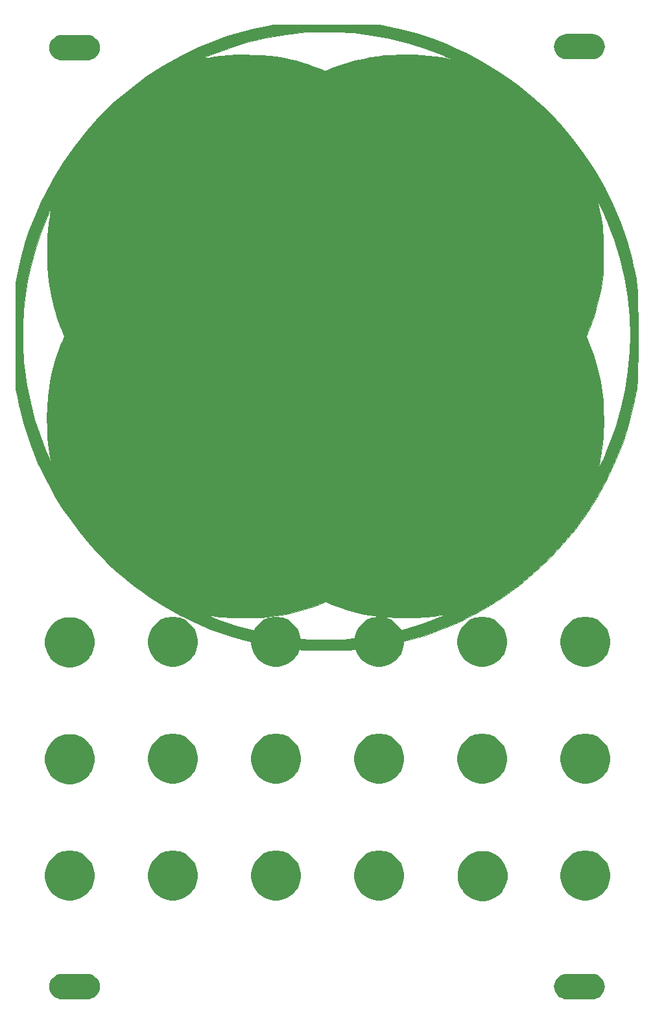
<source format=gbr>
G04 #@! TF.GenerationSoftware,KiCad,Pcbnew,(5.1.5-0)*
G04 #@! TF.CreationDate,2020-10-12T11:50:34-05:00*
G04 #@! TF.ProjectId,bells-venn,62656c6c-732d-4766-956e-6e2e6b696361,rev?*
G04 #@! TF.SameCoordinates,Original*
G04 #@! TF.FileFunction,Soldermask,Top*
G04 #@! TF.FilePolarity,Negative*
%FSLAX46Y46*%
G04 Gerber Fmt 4.6, Leading zero omitted, Abs format (unit mm)*
G04 Created by KiCad (PCBNEW (5.1.5-0)) date 2020-10-12 11:50:34*
%MOMM*%
%LPD*%
G04 APERTURE LIST*
%ADD10C,0.010000*%
%ADD11C,0.100000*%
G04 APERTURE END LIST*
D10*
G36*
X68749333Y-18059673D02*
G01*
X70758671Y-18517908D01*
X72649488Y-19037462D01*
X74466166Y-19633446D01*
X76253090Y-20320970D01*
X78054644Y-21115143D01*
X78867000Y-21504021D01*
X81154066Y-22716605D01*
X83349215Y-24066953D01*
X85447150Y-25548351D01*
X87442572Y-27154084D01*
X89330185Y-28877440D01*
X91104692Y-30711704D01*
X92760795Y-32650163D01*
X94293197Y-34686102D01*
X95696602Y-36812808D01*
X96965712Y-39023566D01*
X98095229Y-41311664D01*
X99079858Y-43670387D01*
X99914300Y-46093021D01*
X100593258Y-48572852D01*
X100745328Y-49233666D01*
X100856520Y-49736453D01*
X100953075Y-50180130D01*
X101036026Y-50580413D01*
X101106404Y-50953016D01*
X101165242Y-51313655D01*
X101213572Y-51678045D01*
X101252426Y-52061902D01*
X101282838Y-52480939D01*
X101305839Y-52950872D01*
X101322461Y-53487417D01*
X101333737Y-54106288D01*
X101340699Y-54823200D01*
X101344380Y-55653868D01*
X101345811Y-56614009D01*
X101346026Y-57719336D01*
X101346000Y-58377666D01*
X101346012Y-59567364D01*
X101345362Y-60603443D01*
X101343016Y-61501620D01*
X101337943Y-62277609D01*
X101329109Y-62947126D01*
X101315484Y-63525885D01*
X101296034Y-64029601D01*
X101269726Y-64473991D01*
X101235530Y-64874767D01*
X101192412Y-65247647D01*
X101139340Y-65608345D01*
X101075281Y-65972576D01*
X100999204Y-66356055D01*
X100910077Y-66774496D01*
X100806866Y-67243617D01*
X100745328Y-67521666D01*
X100108214Y-70014419D01*
X99313176Y-72454142D01*
X98365231Y-74833894D01*
X97269395Y-77146734D01*
X96030686Y-79385721D01*
X94654120Y-81543915D01*
X93144713Y-83614375D01*
X91507483Y-85590160D01*
X89747445Y-87464330D01*
X87869617Y-89229943D01*
X85879014Y-90880059D01*
X83780655Y-92407738D01*
X81875016Y-93629598D01*
X81150303Y-94049311D01*
X80314566Y-94504559D01*
X79411310Y-94973628D01*
X78484039Y-95434802D01*
X77576258Y-95866367D01*
X76731471Y-96246608D01*
X76107421Y-96508431D01*
X73715444Y-97379832D01*
X71250448Y-98105269D01*
X68733016Y-98679888D01*
X66183733Y-99098835D01*
X64219666Y-99311647D01*
X63823822Y-99335724D01*
X63288370Y-99354910D01*
X62642962Y-99369242D01*
X61917252Y-99378755D01*
X61140892Y-99383484D01*
X60343536Y-99383467D01*
X59554837Y-99378738D01*
X58804448Y-99369334D01*
X58122021Y-99355291D01*
X57537211Y-99336644D01*
X57079670Y-99313430D01*
X56938333Y-99302822D01*
X54796011Y-99055992D01*
X52608980Y-98683325D01*
X50431850Y-98196132D01*
X48319231Y-97605726D01*
X47548244Y-97357842D01*
X45532372Y-96619888D01*
X43511427Y-95754822D01*
X41675966Y-94856371D01*
X45323406Y-94856371D01*
X45382153Y-94899568D01*
X45576449Y-94988573D01*
X45881692Y-95114192D01*
X46273278Y-95267230D01*
X46726607Y-95438493D01*
X47217074Y-95618785D01*
X47720078Y-95798913D01*
X48211016Y-95969681D01*
X48665285Y-96121896D01*
X48970650Y-96219445D01*
X51226875Y-96850836D01*
X53524329Y-97360165D01*
X55818762Y-97738669D01*
X57700333Y-97948156D01*
X58193218Y-97979886D01*
X58815313Y-98003821D01*
X59528125Y-98019902D01*
X60293160Y-98028070D01*
X61071925Y-98028267D01*
X61825927Y-98020432D01*
X62516671Y-98004508D01*
X63105664Y-97980434D01*
X63457666Y-97956980D01*
X65980624Y-97666874D01*
X68481123Y-97224091D01*
X70937162Y-96633693D01*
X73326741Y-95900747D01*
X74910544Y-95320338D01*
X75340886Y-95148861D01*
X75706973Y-94997734D01*
X75983636Y-94877780D01*
X76145708Y-94799820D01*
X76177224Y-94775669D01*
X76082059Y-94771255D01*
X75873225Y-94796271D01*
X75684537Y-94828808D01*
X74695672Y-94981377D01*
X73581118Y-95089850D01*
X72378626Y-95154414D01*
X71125949Y-95175258D01*
X69860838Y-95152567D01*
X68621043Y-95086530D01*
X67444318Y-94977334D01*
X66368413Y-94825165D01*
X66124666Y-94781383D01*
X65736291Y-94699666D01*
X76369333Y-94699666D01*
X76411666Y-94742000D01*
X76454000Y-94699666D01*
X76411666Y-94657333D01*
X76369333Y-94699666D01*
X65736291Y-94699666D01*
X65238698Y-94594969D01*
X64303852Y-94363234D01*
X63364288Y-94099250D01*
X62464170Y-93816089D01*
X61647657Y-93526825D01*
X61010078Y-93267350D01*
X60536666Y-93057984D01*
X60063254Y-93267350D01*
X59048630Y-93671466D01*
X57906146Y-94048121D01*
X56676392Y-94387153D01*
X55399957Y-94678399D01*
X54117429Y-94911697D01*
X52869397Y-95076885D01*
X52812399Y-95082789D01*
X52341727Y-95117511D01*
X51746670Y-95140699D01*
X51058810Y-95152921D01*
X50309725Y-95154747D01*
X49530997Y-95146746D01*
X48754205Y-95129486D01*
X48010931Y-95103536D01*
X47332755Y-95069466D01*
X46751256Y-95027843D01*
X46298016Y-94979238D01*
X46192764Y-94963541D01*
X45837271Y-94908775D01*
X45550087Y-94870623D01*
X45368112Y-94853634D01*
X45323406Y-94856371D01*
X41675966Y-94856371D01*
X41524062Y-94782015D01*
X39608930Y-93720838D01*
X37804681Y-92590662D01*
X37168666Y-92155886D01*
X36507938Y-91679618D01*
X35789371Y-91138325D01*
X35041144Y-90554986D01*
X34291437Y-89952581D01*
X33568428Y-89354091D01*
X32900299Y-88782495D01*
X32315228Y-88260773D01*
X31841394Y-87811905D01*
X31839647Y-87810174D01*
X30680253Y-86601429D01*
X29510040Y-85267223D01*
X28359319Y-83846359D01*
X27258401Y-82377639D01*
X26237598Y-80899865D01*
X25382468Y-79544333D01*
X24129738Y-77290688D01*
X23018869Y-74945803D01*
X22050989Y-72512608D01*
X21227227Y-69994033D01*
X20548710Y-67393009D01*
X20345673Y-66463333D01*
X20108333Y-65320333D01*
X20108333Y-58391212D01*
X21031532Y-58391212D01*
X21038265Y-59332250D01*
X21058092Y-60238941D01*
X21091011Y-61077424D01*
X21137024Y-61813836D01*
X21194256Y-62399333D01*
X21549572Y-64793795D01*
X22010445Y-67079058D01*
X22584532Y-69284085D01*
X23279486Y-71437839D01*
X24102962Y-73569284D01*
X24219367Y-73845103D01*
X24386316Y-74232000D01*
X24529192Y-74553793D01*
X24635505Y-74783058D01*
X24692765Y-74892368D01*
X24698682Y-74897539D01*
X24693954Y-74810461D01*
X24662251Y-74598131D01*
X24609878Y-74301328D01*
X24591562Y-74204435D01*
X24413049Y-73058589D01*
X24288937Y-71793578D01*
X24219198Y-70450585D01*
X24203800Y-69070792D01*
X24242715Y-67695381D01*
X24335912Y-66365534D01*
X24483363Y-65122434D01*
X24598616Y-64431333D01*
X24872911Y-63166705D01*
X25221186Y-61869887D01*
X25624971Y-60602472D01*
X26065797Y-59426053D01*
X26185494Y-59139666D01*
X26475557Y-58462333D01*
X94597776Y-58462333D01*
X94887987Y-59139666D01*
X95527395Y-60815900D01*
X96056280Y-62592931D01*
X96465555Y-64435965D01*
X96734423Y-66208814D01*
X96786685Y-66792034D01*
X96824752Y-67504273D01*
X96848645Y-68305815D01*
X96858391Y-69156945D01*
X96854011Y-70017946D01*
X96835532Y-70849103D01*
X96802976Y-71610700D01*
X96756367Y-72263021D01*
X96730608Y-72512107D01*
X96669645Y-72974508D01*
X96587744Y-73513044D01*
X96492403Y-74085616D01*
X96391119Y-74650121D01*
X96291390Y-75164460D01*
X96200712Y-75586531D01*
X96140079Y-75828208D01*
X96134625Y-75886098D01*
X96186446Y-75809079D01*
X96286036Y-75617851D01*
X96423887Y-75333113D01*
X96590492Y-74975563D01*
X96776344Y-74565902D01*
X96971936Y-74124829D01*
X97167761Y-73673042D01*
X97354313Y-73231242D01*
X97522083Y-72820128D01*
X97524793Y-72813333D01*
X98401246Y-70392532D01*
X99115890Y-67934333D01*
X99667159Y-65446790D01*
X100053490Y-62937957D01*
X100273319Y-60415890D01*
X100328252Y-58377666D01*
X100243832Y-55850011D01*
X99991555Y-53329357D01*
X99572896Y-50823302D01*
X98989330Y-48339446D01*
X98242333Y-45885384D01*
X97525390Y-43942000D01*
X97363371Y-43545174D01*
X97178587Y-43108753D01*
X96980701Y-42653691D01*
X96779376Y-42200942D01*
X96584275Y-41771463D01*
X96405062Y-41386207D01*
X96251399Y-41066130D01*
X96132949Y-40832187D01*
X96059374Y-40705333D01*
X96040339Y-40706523D01*
X96046941Y-40735856D01*
X96130193Y-41075746D01*
X96232560Y-41533823D01*
X96344073Y-42061460D01*
X96454760Y-42610026D01*
X96554653Y-43130894D01*
X96633780Y-43575434D01*
X96652194Y-43688000D01*
X96704618Y-44118322D01*
X96749886Y-44685639D01*
X96787399Y-45357738D01*
X96816558Y-46102407D01*
X96836765Y-46887434D01*
X96847421Y-47680606D01*
X96847928Y-48449712D01*
X96837687Y-49162540D01*
X96816100Y-49786876D01*
X96782567Y-50290510D01*
X96776122Y-50357065D01*
X96534725Y-52106362D01*
X96172362Y-53858761D01*
X95700374Y-55569653D01*
X95130100Y-57194430D01*
X94887839Y-57785000D01*
X94597776Y-58462333D01*
X26475557Y-58462333D01*
X26185345Y-57785000D01*
X25869796Y-56995794D01*
X25553963Y-56110855D01*
X25261943Y-55202017D01*
X25017833Y-54341115D01*
X24978299Y-54186666D01*
X24738100Y-53167964D01*
X24549921Y-52219215D01*
X24408834Y-51297800D01*
X24309911Y-50361100D01*
X24248225Y-49366496D01*
X24218845Y-48271368D01*
X24214666Y-47582666D01*
X24226071Y-46477150D01*
X24262473Y-45499429D01*
X24327149Y-44609362D01*
X24423378Y-43766810D01*
X24554440Y-42931632D01*
X24626141Y-42545000D01*
X24692808Y-42190067D01*
X24742672Y-41904231D01*
X24769699Y-41723401D01*
X24771792Y-41678520D01*
X24734209Y-41744858D01*
X24642753Y-41940789D01*
X24509321Y-42239870D01*
X24345811Y-42615654D01*
X24257571Y-42821520D01*
X23428213Y-44910015D01*
X22726321Y-46996722D01*
X22142929Y-49115401D01*
X21669073Y-51299807D01*
X21295786Y-53583697D01*
X21194256Y-54356000D01*
X21135525Y-54960838D01*
X21089888Y-55700640D01*
X21057343Y-56541545D01*
X21037891Y-57449690D01*
X21031532Y-58391212D01*
X20108333Y-58391212D01*
X20108333Y-51435000D01*
X20345673Y-50292000D01*
X20804318Y-48281023D01*
X21324340Y-46388847D01*
X21920742Y-44571415D01*
X22608526Y-42784667D01*
X23402697Y-40984545D01*
X23790960Y-40174333D01*
X25013604Y-37870514D01*
X26374992Y-35659708D01*
X27868978Y-33547288D01*
X29489418Y-31538626D01*
X31230166Y-29639095D01*
X33085077Y-27854068D01*
X35048005Y-26188918D01*
X37112805Y-24649016D01*
X39273331Y-23239736D01*
X41062042Y-22227545D01*
X44552642Y-22227545D01*
X44641167Y-22223803D01*
X44853449Y-22193018D01*
X45147227Y-22141490D01*
X45212000Y-22129257D01*
X46070351Y-21986235D01*
X46967405Y-21880313D01*
X47936477Y-21808939D01*
X49010881Y-21769559D01*
X50038000Y-21759333D01*
X51209866Y-21772433D01*
X52256808Y-21815020D01*
X53221445Y-21892021D01*
X54146396Y-22008364D01*
X55074280Y-22168978D01*
X56047716Y-22378791D01*
X56642000Y-22522965D01*
X57154733Y-22660895D01*
X57719744Y-22828595D01*
X58306483Y-23015421D01*
X58884398Y-23210726D01*
X59422939Y-23403865D01*
X59891555Y-23584191D01*
X60259696Y-23741060D01*
X60496811Y-23863824D01*
X60504964Y-23869063D01*
X60581197Y-23841388D01*
X60769422Y-23762353D01*
X60999543Y-23661975D01*
X61496845Y-23458736D01*
X62109219Y-23234313D01*
X62786670Y-23005297D01*
X63479205Y-22788284D01*
X64136828Y-22599865D01*
X64431333Y-22522965D01*
X64976870Y-22394333D01*
X77131333Y-22394333D01*
X77173666Y-22436666D01*
X77216000Y-22394333D01*
X77173666Y-22352000D01*
X77131333Y-22394333D01*
X64976870Y-22394333D01*
X65450035Y-22282766D01*
X66398784Y-22094588D01*
X67320199Y-21953501D01*
X68256899Y-21854578D01*
X69251503Y-21792891D01*
X70346631Y-21763512D01*
X71035333Y-21759333D01*
X72140849Y-21770738D01*
X73118570Y-21807139D01*
X74008637Y-21871815D01*
X74851189Y-21968045D01*
X75686367Y-22099106D01*
X76073000Y-22170808D01*
X76428635Y-22236992D01*
X76715950Y-22285475D01*
X76898743Y-22310444D01*
X76945103Y-22310835D01*
X76881527Y-22271195D01*
X76689544Y-22179464D01*
X76397153Y-22048437D01*
X76032355Y-21890910D01*
X75947854Y-21855105D01*
X73670840Y-20973698D01*
X71345027Y-20234085D01*
X68952402Y-19631535D01*
X66474952Y-19161318D01*
X64770000Y-18919356D01*
X64186724Y-18861287D01*
X63471933Y-18812630D01*
X62663224Y-18774112D01*
X61798192Y-18746461D01*
X60914432Y-18730405D01*
X60049540Y-18726673D01*
X59241113Y-18735992D01*
X58526746Y-18759091D01*
X58036136Y-18788936D01*
X55406781Y-19080654D01*
X52824279Y-19534629D01*
X50284003Y-20151803D01*
X48217666Y-20784200D01*
X47795879Y-20929864D01*
X47322242Y-21100625D01*
X46820887Y-21286979D01*
X46315946Y-21479422D01*
X45831553Y-21668450D01*
X45391840Y-21844560D01*
X45020939Y-21998247D01*
X44742983Y-22120009D01*
X44582105Y-22200340D01*
X44552642Y-22227545D01*
X41062042Y-22227545D01*
X41523439Y-21966451D01*
X43856982Y-20834533D01*
X46267816Y-19849355D01*
X47560718Y-19393241D01*
X48718023Y-19030319D01*
X49983124Y-18675752D01*
X51294669Y-18345847D01*
X52578000Y-18059673D01*
X53721000Y-17822333D01*
X67606333Y-17822333D01*
X68749333Y-18059673D01*
G37*
X68749333Y-18059673D02*
X70758671Y-18517908D01*
X72649488Y-19037462D01*
X74466166Y-19633446D01*
X76253090Y-20320970D01*
X78054644Y-21115143D01*
X78867000Y-21504021D01*
X81154066Y-22716605D01*
X83349215Y-24066953D01*
X85447150Y-25548351D01*
X87442572Y-27154084D01*
X89330185Y-28877440D01*
X91104692Y-30711704D01*
X92760795Y-32650163D01*
X94293197Y-34686102D01*
X95696602Y-36812808D01*
X96965712Y-39023566D01*
X98095229Y-41311664D01*
X99079858Y-43670387D01*
X99914300Y-46093021D01*
X100593258Y-48572852D01*
X100745328Y-49233666D01*
X100856520Y-49736453D01*
X100953075Y-50180130D01*
X101036026Y-50580413D01*
X101106404Y-50953016D01*
X101165242Y-51313655D01*
X101213572Y-51678045D01*
X101252426Y-52061902D01*
X101282838Y-52480939D01*
X101305839Y-52950872D01*
X101322461Y-53487417D01*
X101333737Y-54106288D01*
X101340699Y-54823200D01*
X101344380Y-55653868D01*
X101345811Y-56614009D01*
X101346026Y-57719336D01*
X101346000Y-58377666D01*
X101346012Y-59567364D01*
X101345362Y-60603443D01*
X101343016Y-61501620D01*
X101337943Y-62277609D01*
X101329109Y-62947126D01*
X101315484Y-63525885D01*
X101296034Y-64029601D01*
X101269726Y-64473991D01*
X101235530Y-64874767D01*
X101192412Y-65247647D01*
X101139340Y-65608345D01*
X101075281Y-65972576D01*
X100999204Y-66356055D01*
X100910077Y-66774496D01*
X100806866Y-67243617D01*
X100745328Y-67521666D01*
X100108214Y-70014419D01*
X99313176Y-72454142D01*
X98365231Y-74833894D01*
X97269395Y-77146734D01*
X96030686Y-79385721D01*
X94654120Y-81543915D01*
X93144713Y-83614375D01*
X91507483Y-85590160D01*
X89747445Y-87464330D01*
X87869617Y-89229943D01*
X85879014Y-90880059D01*
X83780655Y-92407738D01*
X81875016Y-93629598D01*
X81150303Y-94049311D01*
X80314566Y-94504559D01*
X79411310Y-94973628D01*
X78484039Y-95434802D01*
X77576258Y-95866367D01*
X76731471Y-96246608D01*
X76107421Y-96508431D01*
X73715444Y-97379832D01*
X71250448Y-98105269D01*
X68733016Y-98679888D01*
X66183733Y-99098835D01*
X64219666Y-99311647D01*
X63823822Y-99335724D01*
X63288370Y-99354910D01*
X62642962Y-99369242D01*
X61917252Y-99378755D01*
X61140892Y-99383484D01*
X60343536Y-99383467D01*
X59554837Y-99378738D01*
X58804448Y-99369334D01*
X58122021Y-99355291D01*
X57537211Y-99336644D01*
X57079670Y-99313430D01*
X56938333Y-99302822D01*
X54796011Y-99055992D01*
X52608980Y-98683325D01*
X50431850Y-98196132D01*
X48319231Y-97605726D01*
X47548244Y-97357842D01*
X45532372Y-96619888D01*
X43511427Y-95754822D01*
X41675966Y-94856371D01*
X45323406Y-94856371D01*
X45382153Y-94899568D01*
X45576449Y-94988573D01*
X45881692Y-95114192D01*
X46273278Y-95267230D01*
X46726607Y-95438493D01*
X47217074Y-95618785D01*
X47720078Y-95798913D01*
X48211016Y-95969681D01*
X48665285Y-96121896D01*
X48970650Y-96219445D01*
X51226875Y-96850836D01*
X53524329Y-97360165D01*
X55818762Y-97738669D01*
X57700333Y-97948156D01*
X58193218Y-97979886D01*
X58815313Y-98003821D01*
X59528125Y-98019902D01*
X60293160Y-98028070D01*
X61071925Y-98028267D01*
X61825927Y-98020432D01*
X62516671Y-98004508D01*
X63105664Y-97980434D01*
X63457666Y-97956980D01*
X65980624Y-97666874D01*
X68481123Y-97224091D01*
X70937162Y-96633693D01*
X73326741Y-95900747D01*
X74910544Y-95320338D01*
X75340886Y-95148861D01*
X75706973Y-94997734D01*
X75983636Y-94877780D01*
X76145708Y-94799820D01*
X76177224Y-94775669D01*
X76082059Y-94771255D01*
X75873225Y-94796271D01*
X75684537Y-94828808D01*
X74695672Y-94981377D01*
X73581118Y-95089850D01*
X72378626Y-95154414D01*
X71125949Y-95175258D01*
X69860838Y-95152567D01*
X68621043Y-95086530D01*
X67444318Y-94977334D01*
X66368413Y-94825165D01*
X66124666Y-94781383D01*
X65736291Y-94699666D01*
X76369333Y-94699666D01*
X76411666Y-94742000D01*
X76454000Y-94699666D01*
X76411666Y-94657333D01*
X76369333Y-94699666D01*
X65736291Y-94699666D01*
X65238698Y-94594969D01*
X64303852Y-94363234D01*
X63364288Y-94099250D01*
X62464170Y-93816089D01*
X61647657Y-93526825D01*
X61010078Y-93267350D01*
X60536666Y-93057984D01*
X60063254Y-93267350D01*
X59048630Y-93671466D01*
X57906146Y-94048121D01*
X56676392Y-94387153D01*
X55399957Y-94678399D01*
X54117429Y-94911697D01*
X52869397Y-95076885D01*
X52812399Y-95082789D01*
X52341727Y-95117511D01*
X51746670Y-95140699D01*
X51058810Y-95152921D01*
X50309725Y-95154747D01*
X49530997Y-95146746D01*
X48754205Y-95129486D01*
X48010931Y-95103536D01*
X47332755Y-95069466D01*
X46751256Y-95027843D01*
X46298016Y-94979238D01*
X46192764Y-94963541D01*
X45837271Y-94908775D01*
X45550087Y-94870623D01*
X45368112Y-94853634D01*
X45323406Y-94856371D01*
X41675966Y-94856371D01*
X41524062Y-94782015D01*
X39608930Y-93720838D01*
X37804681Y-92590662D01*
X37168666Y-92155886D01*
X36507938Y-91679618D01*
X35789371Y-91138325D01*
X35041144Y-90554986D01*
X34291437Y-89952581D01*
X33568428Y-89354091D01*
X32900299Y-88782495D01*
X32315228Y-88260773D01*
X31841394Y-87811905D01*
X31839647Y-87810174D01*
X30680253Y-86601429D01*
X29510040Y-85267223D01*
X28359319Y-83846359D01*
X27258401Y-82377639D01*
X26237598Y-80899865D01*
X25382468Y-79544333D01*
X24129738Y-77290688D01*
X23018869Y-74945803D01*
X22050989Y-72512608D01*
X21227227Y-69994033D01*
X20548710Y-67393009D01*
X20345673Y-66463333D01*
X20108333Y-65320333D01*
X20108333Y-58391212D01*
X21031532Y-58391212D01*
X21038265Y-59332250D01*
X21058092Y-60238941D01*
X21091011Y-61077424D01*
X21137024Y-61813836D01*
X21194256Y-62399333D01*
X21549572Y-64793795D01*
X22010445Y-67079058D01*
X22584532Y-69284085D01*
X23279486Y-71437839D01*
X24102962Y-73569284D01*
X24219367Y-73845103D01*
X24386316Y-74232000D01*
X24529192Y-74553793D01*
X24635505Y-74783058D01*
X24692765Y-74892368D01*
X24698682Y-74897539D01*
X24693954Y-74810461D01*
X24662251Y-74598131D01*
X24609878Y-74301328D01*
X24591562Y-74204435D01*
X24413049Y-73058589D01*
X24288937Y-71793578D01*
X24219198Y-70450585D01*
X24203800Y-69070792D01*
X24242715Y-67695381D01*
X24335912Y-66365534D01*
X24483363Y-65122434D01*
X24598616Y-64431333D01*
X24872911Y-63166705D01*
X25221186Y-61869887D01*
X25624971Y-60602472D01*
X26065797Y-59426053D01*
X26185494Y-59139666D01*
X26475557Y-58462333D01*
X94597776Y-58462333D01*
X94887987Y-59139666D01*
X95527395Y-60815900D01*
X96056280Y-62592931D01*
X96465555Y-64435965D01*
X96734423Y-66208814D01*
X96786685Y-66792034D01*
X96824752Y-67504273D01*
X96848645Y-68305815D01*
X96858391Y-69156945D01*
X96854011Y-70017946D01*
X96835532Y-70849103D01*
X96802976Y-71610700D01*
X96756367Y-72263021D01*
X96730608Y-72512107D01*
X96669645Y-72974508D01*
X96587744Y-73513044D01*
X96492403Y-74085616D01*
X96391119Y-74650121D01*
X96291390Y-75164460D01*
X96200712Y-75586531D01*
X96140079Y-75828208D01*
X96134625Y-75886098D01*
X96186446Y-75809079D01*
X96286036Y-75617851D01*
X96423887Y-75333113D01*
X96590492Y-74975563D01*
X96776344Y-74565902D01*
X96971936Y-74124829D01*
X97167761Y-73673042D01*
X97354313Y-73231242D01*
X97522083Y-72820128D01*
X97524793Y-72813333D01*
X98401246Y-70392532D01*
X99115890Y-67934333D01*
X99667159Y-65446790D01*
X100053490Y-62937957D01*
X100273319Y-60415890D01*
X100328252Y-58377666D01*
X100243832Y-55850011D01*
X99991555Y-53329357D01*
X99572896Y-50823302D01*
X98989330Y-48339446D01*
X98242333Y-45885384D01*
X97525390Y-43942000D01*
X97363371Y-43545174D01*
X97178587Y-43108753D01*
X96980701Y-42653691D01*
X96779376Y-42200942D01*
X96584275Y-41771463D01*
X96405062Y-41386207D01*
X96251399Y-41066130D01*
X96132949Y-40832187D01*
X96059374Y-40705333D01*
X96040339Y-40706523D01*
X96046941Y-40735856D01*
X96130193Y-41075746D01*
X96232560Y-41533823D01*
X96344073Y-42061460D01*
X96454760Y-42610026D01*
X96554653Y-43130894D01*
X96633780Y-43575434D01*
X96652194Y-43688000D01*
X96704618Y-44118322D01*
X96749886Y-44685639D01*
X96787399Y-45357738D01*
X96816558Y-46102407D01*
X96836765Y-46887434D01*
X96847421Y-47680606D01*
X96847928Y-48449712D01*
X96837687Y-49162540D01*
X96816100Y-49786876D01*
X96782567Y-50290510D01*
X96776122Y-50357065D01*
X96534725Y-52106362D01*
X96172362Y-53858761D01*
X95700374Y-55569653D01*
X95130100Y-57194430D01*
X94887839Y-57785000D01*
X94597776Y-58462333D01*
X26475557Y-58462333D01*
X26185345Y-57785000D01*
X25869796Y-56995794D01*
X25553963Y-56110855D01*
X25261943Y-55202017D01*
X25017833Y-54341115D01*
X24978299Y-54186666D01*
X24738100Y-53167964D01*
X24549921Y-52219215D01*
X24408834Y-51297800D01*
X24309911Y-50361100D01*
X24248225Y-49366496D01*
X24218845Y-48271368D01*
X24214666Y-47582666D01*
X24226071Y-46477150D01*
X24262473Y-45499429D01*
X24327149Y-44609362D01*
X24423378Y-43766810D01*
X24554440Y-42931632D01*
X24626141Y-42545000D01*
X24692808Y-42190067D01*
X24742672Y-41904231D01*
X24769699Y-41723401D01*
X24771792Y-41678520D01*
X24734209Y-41744858D01*
X24642753Y-41940789D01*
X24509321Y-42239870D01*
X24345811Y-42615654D01*
X24257571Y-42821520D01*
X23428213Y-44910015D01*
X22726321Y-46996722D01*
X22142929Y-49115401D01*
X21669073Y-51299807D01*
X21295786Y-53583697D01*
X21194256Y-54356000D01*
X21135525Y-54960838D01*
X21089888Y-55700640D01*
X21057343Y-56541545D01*
X21037891Y-57449690D01*
X21031532Y-58391212D01*
X20108333Y-58391212D01*
X20108333Y-51435000D01*
X20345673Y-50292000D01*
X20804318Y-48281023D01*
X21324340Y-46388847D01*
X21920742Y-44571415D01*
X22608526Y-42784667D01*
X23402697Y-40984545D01*
X23790960Y-40174333D01*
X25013604Y-37870514D01*
X26374992Y-35659708D01*
X27868978Y-33547288D01*
X29489418Y-31538626D01*
X31230166Y-29639095D01*
X33085077Y-27854068D01*
X35048005Y-26188918D01*
X37112805Y-24649016D01*
X39273331Y-23239736D01*
X41062042Y-22227545D01*
X44552642Y-22227545D01*
X44641167Y-22223803D01*
X44853449Y-22193018D01*
X45147227Y-22141490D01*
X45212000Y-22129257D01*
X46070351Y-21986235D01*
X46967405Y-21880313D01*
X47936477Y-21808939D01*
X49010881Y-21769559D01*
X50038000Y-21759333D01*
X51209866Y-21772433D01*
X52256808Y-21815020D01*
X53221445Y-21892021D01*
X54146396Y-22008364D01*
X55074280Y-22168978D01*
X56047716Y-22378791D01*
X56642000Y-22522965D01*
X57154733Y-22660895D01*
X57719744Y-22828595D01*
X58306483Y-23015421D01*
X58884398Y-23210726D01*
X59422939Y-23403865D01*
X59891555Y-23584191D01*
X60259696Y-23741060D01*
X60496811Y-23863824D01*
X60504964Y-23869063D01*
X60581197Y-23841388D01*
X60769422Y-23762353D01*
X60999543Y-23661975D01*
X61496845Y-23458736D01*
X62109219Y-23234313D01*
X62786670Y-23005297D01*
X63479205Y-22788284D01*
X64136828Y-22599865D01*
X64431333Y-22522965D01*
X64976870Y-22394333D01*
X77131333Y-22394333D01*
X77173666Y-22436666D01*
X77216000Y-22394333D01*
X77173666Y-22352000D01*
X77131333Y-22394333D01*
X64976870Y-22394333D01*
X65450035Y-22282766D01*
X66398784Y-22094588D01*
X67320199Y-21953501D01*
X68256899Y-21854578D01*
X69251503Y-21792891D01*
X70346631Y-21763512D01*
X71035333Y-21759333D01*
X72140849Y-21770738D01*
X73118570Y-21807139D01*
X74008637Y-21871815D01*
X74851189Y-21968045D01*
X75686367Y-22099106D01*
X76073000Y-22170808D01*
X76428635Y-22236992D01*
X76715950Y-22285475D01*
X76898743Y-22310444D01*
X76945103Y-22310835D01*
X76881527Y-22271195D01*
X76689544Y-22179464D01*
X76397153Y-22048437D01*
X76032355Y-21890910D01*
X75947854Y-21855105D01*
X73670840Y-20973698D01*
X71345027Y-20234085D01*
X68952402Y-19631535D01*
X66474952Y-19161318D01*
X64770000Y-18919356D01*
X64186724Y-18861287D01*
X63471933Y-18812630D01*
X62663224Y-18774112D01*
X61798192Y-18746461D01*
X60914432Y-18730405D01*
X60049540Y-18726673D01*
X59241113Y-18735992D01*
X58526746Y-18759091D01*
X58036136Y-18788936D01*
X55406781Y-19080654D01*
X52824279Y-19534629D01*
X50284003Y-20151803D01*
X48217666Y-20784200D01*
X47795879Y-20929864D01*
X47322242Y-21100625D01*
X46820887Y-21286979D01*
X46315946Y-21479422D01*
X45831553Y-21668450D01*
X45391840Y-21844560D01*
X45020939Y-21998247D01*
X44742983Y-22120009D01*
X44582105Y-22200340D01*
X44552642Y-22227545D01*
X41062042Y-22227545D01*
X41523439Y-21966451D01*
X43856982Y-20834533D01*
X46267816Y-19849355D01*
X47560718Y-19393241D01*
X48718023Y-19030319D01*
X49983124Y-18675752D01*
X51294669Y-18345847D01*
X52578000Y-18059673D01*
X53721000Y-17822333D01*
X67606333Y-17822333D01*
X68749333Y-18059673D01*
D11*
G36*
X95699651Y-141628888D02*
G01*
X96010870Y-141723296D01*
X96297680Y-141876599D01*
X96297683Y-141876601D01*
X96297684Y-141876602D01*
X96549082Y-142082918D01*
X96755398Y-142334316D01*
X96755401Y-142334320D01*
X96908704Y-142621130D01*
X97003112Y-142932349D01*
X97034988Y-143256000D01*
X97003112Y-143579651D01*
X96908704Y-143890870D01*
X96755401Y-144177680D01*
X96755399Y-144177683D01*
X96755398Y-144177684D01*
X96549082Y-144429082D01*
X96297684Y-144635398D01*
X96297680Y-144635401D01*
X96010870Y-144788704D01*
X95699651Y-144883112D01*
X95457107Y-144907000D01*
X91994893Y-144907000D01*
X91752349Y-144883112D01*
X91441130Y-144788704D01*
X91154320Y-144635401D01*
X91154316Y-144635398D01*
X90902918Y-144429082D01*
X90696602Y-144177684D01*
X90696601Y-144177683D01*
X90696599Y-144177680D01*
X90543296Y-143890870D01*
X90448888Y-143579651D01*
X90417012Y-143256000D01*
X90448888Y-142932349D01*
X90543296Y-142621130D01*
X90696599Y-142334320D01*
X90696602Y-142334316D01*
X90902918Y-142082918D01*
X91154316Y-141876602D01*
X91154317Y-141876601D01*
X91154320Y-141876599D01*
X91441130Y-141723296D01*
X91752349Y-141628888D01*
X91994893Y-141605000D01*
X95457107Y-141605000D01*
X95699651Y-141628888D01*
G37*
G36*
X29786651Y-141628888D02*
G01*
X30097870Y-141723296D01*
X30384680Y-141876599D01*
X30384683Y-141876601D01*
X30384684Y-141876602D01*
X30636082Y-142082918D01*
X30842398Y-142334316D01*
X30842401Y-142334320D01*
X30995704Y-142621130D01*
X31090112Y-142932349D01*
X31121988Y-143256000D01*
X31090112Y-143579651D01*
X30995704Y-143890870D01*
X30842401Y-144177680D01*
X30842399Y-144177683D01*
X30842398Y-144177684D01*
X30636082Y-144429082D01*
X30384684Y-144635398D01*
X30384680Y-144635401D01*
X30097870Y-144788704D01*
X29786651Y-144883112D01*
X29544107Y-144907000D01*
X26081893Y-144907000D01*
X25839349Y-144883112D01*
X25528130Y-144788704D01*
X25241320Y-144635401D01*
X25241316Y-144635398D01*
X24989918Y-144429082D01*
X24783602Y-144177684D01*
X24783601Y-144177683D01*
X24783599Y-144177680D01*
X24630296Y-143890870D01*
X24535888Y-143579651D01*
X24504012Y-143256000D01*
X24535888Y-142932349D01*
X24630296Y-142621130D01*
X24783599Y-142334320D01*
X24783602Y-142334316D01*
X24989918Y-142082918D01*
X25241316Y-141876602D01*
X25241317Y-141876601D01*
X25241320Y-141876599D01*
X25528130Y-141723296D01*
X25839349Y-141628888D01*
X26081893Y-141605000D01*
X29544107Y-141605000D01*
X29786651Y-141628888D01*
G37*
G36*
X81718546Y-125651934D02*
G01*
X82037782Y-125715434D01*
X82629426Y-125960501D01*
X83161892Y-126316284D01*
X83614716Y-126769108D01*
X83970499Y-127301574D01*
X84215566Y-127893218D01*
X84340500Y-128521304D01*
X84340500Y-129161696D01*
X84215566Y-129789782D01*
X83970499Y-130381426D01*
X83685486Y-130807977D01*
X83657146Y-130850392D01*
X83614716Y-130913892D01*
X83161892Y-131366716D01*
X82629426Y-131722499D01*
X82037782Y-131967566D01*
X81728932Y-132029000D01*
X81409697Y-132092500D01*
X80769303Y-132092500D01*
X80450068Y-132029000D01*
X80141218Y-131967566D01*
X79549574Y-131722499D01*
X79017108Y-131366716D01*
X78564284Y-130913892D01*
X78521855Y-130850392D01*
X78493514Y-130807977D01*
X78208501Y-130381426D01*
X77963434Y-129789782D01*
X77838500Y-129161696D01*
X77838500Y-128521304D01*
X77963434Y-127893218D01*
X78208501Y-127301574D01*
X78564284Y-126769108D01*
X79017108Y-126316284D01*
X79549574Y-125960501D01*
X80141218Y-125715434D01*
X80460454Y-125651934D01*
X80769303Y-125590500D01*
X81409697Y-125590500D01*
X81718546Y-125651934D01*
G37*
G36*
X68198239Y-125589467D02*
G01*
X68512282Y-125651934D01*
X69103926Y-125897001D01*
X69530477Y-126182014D01*
X69636391Y-126252783D01*
X70089217Y-126705609D01*
X70131646Y-126769109D01*
X70444999Y-127238074D01*
X70690066Y-127829718D01*
X70815000Y-128457804D01*
X70815000Y-129098196D01*
X70690066Y-129726282D01*
X70444999Y-130317926D01*
X70089216Y-130850392D01*
X69636392Y-131303216D01*
X69103926Y-131658999D01*
X68512282Y-131904066D01*
X68198239Y-131966533D01*
X67884197Y-132029000D01*
X67243803Y-132029000D01*
X66929761Y-131966533D01*
X66615718Y-131904066D01*
X66024074Y-131658999D01*
X65491608Y-131303216D01*
X65038784Y-130850392D01*
X64683001Y-130317926D01*
X64437934Y-129726282D01*
X64313000Y-129098196D01*
X64313000Y-128457804D01*
X64437934Y-127829718D01*
X64683001Y-127238074D01*
X64996354Y-126769109D01*
X65038783Y-126705609D01*
X65491609Y-126252783D01*
X65597523Y-126182014D01*
X66024074Y-125897001D01*
X66615718Y-125651934D01*
X66929761Y-125589467D01*
X67243803Y-125527000D01*
X67884197Y-125527000D01*
X68198239Y-125589467D01*
G37*
G36*
X54736239Y-125589467D02*
G01*
X55050282Y-125651934D01*
X55641926Y-125897001D01*
X56068477Y-126182014D01*
X56174391Y-126252783D01*
X56627217Y-126705609D01*
X56669646Y-126769109D01*
X56982999Y-127238074D01*
X57228066Y-127829718D01*
X57353000Y-128457804D01*
X57353000Y-129098196D01*
X57228066Y-129726282D01*
X56982999Y-130317926D01*
X56627216Y-130850392D01*
X56174392Y-131303216D01*
X55641926Y-131658999D01*
X55050282Y-131904066D01*
X54736239Y-131966533D01*
X54422197Y-132029000D01*
X53781803Y-132029000D01*
X53467761Y-131966533D01*
X53153718Y-131904066D01*
X52562074Y-131658999D01*
X52029608Y-131303216D01*
X51576784Y-130850392D01*
X51221001Y-130317926D01*
X50975934Y-129726282D01*
X50851000Y-129098196D01*
X50851000Y-128457804D01*
X50975934Y-127829718D01*
X51221001Y-127238074D01*
X51534354Y-126769109D01*
X51576783Y-126705609D01*
X52029609Y-126252783D01*
X52135523Y-126182014D01*
X52562074Y-125897001D01*
X53153718Y-125651934D01*
X53467761Y-125589467D01*
X53781803Y-125527000D01*
X54422197Y-125527000D01*
X54736239Y-125589467D01*
G37*
G36*
X41274239Y-125589467D02*
G01*
X41588282Y-125651934D01*
X42179926Y-125897001D01*
X42606477Y-126182014D01*
X42712391Y-126252783D01*
X43165217Y-126705609D01*
X43207646Y-126769109D01*
X43520999Y-127238074D01*
X43766066Y-127829718D01*
X43891000Y-128457804D01*
X43891000Y-129098196D01*
X43766066Y-129726282D01*
X43520999Y-130317926D01*
X43165216Y-130850392D01*
X42712392Y-131303216D01*
X42179926Y-131658999D01*
X41588282Y-131904066D01*
X41274239Y-131966533D01*
X40960197Y-132029000D01*
X40319803Y-132029000D01*
X40005761Y-131966533D01*
X39691718Y-131904066D01*
X39100074Y-131658999D01*
X38567608Y-131303216D01*
X38114784Y-130850392D01*
X37759001Y-130317926D01*
X37513934Y-129726282D01*
X37389000Y-129098196D01*
X37389000Y-128457804D01*
X37513934Y-127829718D01*
X37759001Y-127238074D01*
X38072354Y-126769109D01*
X38114783Y-126705609D01*
X38567609Y-126252783D01*
X38673523Y-126182014D01*
X39100074Y-125897001D01*
X39691718Y-125651934D01*
X40005761Y-125589467D01*
X40319803Y-125527000D01*
X40960197Y-125527000D01*
X41274239Y-125589467D01*
G37*
G36*
X27812239Y-125589467D02*
G01*
X28126282Y-125651934D01*
X28717926Y-125897001D01*
X29144477Y-126182014D01*
X29250391Y-126252783D01*
X29703217Y-126705609D01*
X29745646Y-126769109D01*
X30058999Y-127238074D01*
X30304066Y-127829718D01*
X30429000Y-128457804D01*
X30429000Y-129098196D01*
X30304066Y-129726282D01*
X30058999Y-130317926D01*
X29703216Y-130850392D01*
X29250392Y-131303216D01*
X28717926Y-131658999D01*
X28126282Y-131904066D01*
X27812239Y-131966533D01*
X27498197Y-132029000D01*
X26857803Y-132029000D01*
X26543761Y-131966533D01*
X26229718Y-131904066D01*
X25638074Y-131658999D01*
X25105608Y-131303216D01*
X24652784Y-130850392D01*
X24297001Y-130317926D01*
X24051934Y-129726282D01*
X23927000Y-129098196D01*
X23927000Y-128457804D01*
X24051934Y-127829718D01*
X24297001Y-127238074D01*
X24610354Y-126769109D01*
X24652783Y-126705609D01*
X25105609Y-126252783D01*
X25211523Y-126182014D01*
X25638074Y-125897001D01*
X26229718Y-125651934D01*
X26543761Y-125589467D01*
X26857803Y-125527000D01*
X27498197Y-125527000D01*
X27812239Y-125589467D01*
G37*
G36*
X95122239Y-125589467D02*
G01*
X95436282Y-125651934D01*
X96027926Y-125897001D01*
X96454477Y-126182014D01*
X96560391Y-126252783D01*
X97013217Y-126705609D01*
X97055646Y-126769109D01*
X97368999Y-127238074D01*
X97614066Y-127829718D01*
X97739000Y-128457804D01*
X97739000Y-129098196D01*
X97614066Y-129726282D01*
X97368999Y-130317926D01*
X97013216Y-130850392D01*
X96560392Y-131303216D01*
X96027926Y-131658999D01*
X95436282Y-131904066D01*
X95122239Y-131966533D01*
X94808197Y-132029000D01*
X94167803Y-132029000D01*
X93853761Y-131966533D01*
X93539718Y-131904066D01*
X92948074Y-131658999D01*
X92415608Y-131303216D01*
X91962784Y-130850392D01*
X91607001Y-130317926D01*
X91361934Y-129726282D01*
X91237000Y-129098196D01*
X91237000Y-128457804D01*
X91361934Y-127829718D01*
X91607001Y-127238074D01*
X91920354Y-126769109D01*
X91962783Y-126705609D01*
X92415609Y-126252783D01*
X92521523Y-126182014D01*
X92948074Y-125897001D01*
X93539718Y-125651934D01*
X93853761Y-125589467D01*
X94167803Y-125527000D01*
X94808197Y-125527000D01*
X95122239Y-125589467D01*
G37*
G36*
X27807046Y-110411934D02*
G01*
X28126282Y-110475434D01*
X28717926Y-110720501D01*
X29250392Y-111076284D01*
X29703216Y-111529108D01*
X30058999Y-112061574D01*
X30304066Y-112653218D01*
X30429000Y-113281304D01*
X30429000Y-113921696D01*
X30304066Y-114549782D01*
X30058999Y-115141426D01*
X29773986Y-115567977D01*
X29745646Y-115610392D01*
X29703216Y-115673892D01*
X29250392Y-116126716D01*
X28717926Y-116482499D01*
X28126282Y-116727566D01*
X27817432Y-116789000D01*
X27498197Y-116852500D01*
X26857803Y-116852500D01*
X26538568Y-116789000D01*
X26229718Y-116727566D01*
X25638074Y-116482499D01*
X25105608Y-116126716D01*
X24652784Y-115673892D01*
X24610355Y-115610392D01*
X24582014Y-115567977D01*
X24297001Y-115141426D01*
X24051934Y-114549782D01*
X23927000Y-113921696D01*
X23927000Y-113281304D01*
X24051934Y-112653218D01*
X24297001Y-112061574D01*
X24652784Y-111529108D01*
X25105608Y-111076284D01*
X25638074Y-110720501D01*
X26229718Y-110475434D01*
X26548954Y-110411934D01*
X26857803Y-110350500D01*
X27498197Y-110350500D01*
X27807046Y-110411934D01*
G37*
G36*
X41274239Y-110349467D02*
G01*
X41588282Y-110411934D01*
X42179926Y-110657001D01*
X42606477Y-110942014D01*
X42712391Y-111012783D01*
X43165217Y-111465609D01*
X43207646Y-111529109D01*
X43520999Y-111998074D01*
X43766066Y-112589718D01*
X43891000Y-113217804D01*
X43891000Y-113858196D01*
X43766066Y-114486282D01*
X43520999Y-115077926D01*
X43165216Y-115610392D01*
X42712392Y-116063216D01*
X42179926Y-116418999D01*
X41588282Y-116664066D01*
X41274239Y-116726533D01*
X40960197Y-116789000D01*
X40319803Y-116789000D01*
X40005761Y-116726533D01*
X39691718Y-116664066D01*
X39100074Y-116418999D01*
X38567608Y-116063216D01*
X38114784Y-115610392D01*
X37759001Y-115077926D01*
X37513934Y-114486282D01*
X37389000Y-113858196D01*
X37389000Y-113217804D01*
X37513934Y-112589718D01*
X37759001Y-111998074D01*
X38072354Y-111529109D01*
X38114783Y-111465609D01*
X38567609Y-111012783D01*
X38673523Y-110942014D01*
X39100074Y-110657001D01*
X39691718Y-110411934D01*
X40005761Y-110349467D01*
X40319803Y-110287000D01*
X40960197Y-110287000D01*
X41274239Y-110349467D01*
G37*
G36*
X81660239Y-110349467D02*
G01*
X81974282Y-110411934D01*
X82565926Y-110657001D01*
X82992477Y-110942014D01*
X83098391Y-111012783D01*
X83551217Y-111465609D01*
X83593646Y-111529109D01*
X83906999Y-111998074D01*
X84152066Y-112589718D01*
X84277000Y-113217804D01*
X84277000Y-113858196D01*
X84152066Y-114486282D01*
X83906999Y-115077926D01*
X83551216Y-115610392D01*
X83098392Y-116063216D01*
X82565926Y-116418999D01*
X81974282Y-116664066D01*
X81660239Y-116726533D01*
X81346197Y-116789000D01*
X80705803Y-116789000D01*
X80391761Y-116726533D01*
X80077718Y-116664066D01*
X79486074Y-116418999D01*
X78953608Y-116063216D01*
X78500784Y-115610392D01*
X78145001Y-115077926D01*
X77899934Y-114486282D01*
X77775000Y-113858196D01*
X77775000Y-113217804D01*
X77899934Y-112589718D01*
X78145001Y-111998074D01*
X78458354Y-111529109D01*
X78500783Y-111465609D01*
X78953609Y-111012783D01*
X79059523Y-110942014D01*
X79486074Y-110657001D01*
X80077718Y-110411934D01*
X80391761Y-110349467D01*
X80705803Y-110287000D01*
X81346197Y-110287000D01*
X81660239Y-110349467D01*
G37*
G36*
X54736239Y-110349467D02*
G01*
X55050282Y-110411934D01*
X55641926Y-110657001D01*
X56068477Y-110942014D01*
X56174391Y-111012783D01*
X56627217Y-111465609D01*
X56669646Y-111529109D01*
X56982999Y-111998074D01*
X57228066Y-112589718D01*
X57353000Y-113217804D01*
X57353000Y-113858196D01*
X57228066Y-114486282D01*
X56982999Y-115077926D01*
X56627216Y-115610392D01*
X56174392Y-116063216D01*
X55641926Y-116418999D01*
X55050282Y-116664066D01*
X54736239Y-116726533D01*
X54422197Y-116789000D01*
X53781803Y-116789000D01*
X53467761Y-116726533D01*
X53153718Y-116664066D01*
X52562074Y-116418999D01*
X52029608Y-116063216D01*
X51576784Y-115610392D01*
X51221001Y-115077926D01*
X50975934Y-114486282D01*
X50851000Y-113858196D01*
X50851000Y-113217804D01*
X50975934Y-112589718D01*
X51221001Y-111998074D01*
X51534354Y-111529109D01*
X51576783Y-111465609D01*
X52029609Y-111012783D01*
X52135523Y-110942014D01*
X52562074Y-110657001D01*
X53153718Y-110411934D01*
X53467761Y-110349467D01*
X53781803Y-110287000D01*
X54422197Y-110287000D01*
X54736239Y-110349467D01*
G37*
G36*
X68198239Y-110349467D02*
G01*
X68512282Y-110411934D01*
X69103926Y-110657001D01*
X69530477Y-110942014D01*
X69636391Y-111012783D01*
X70089217Y-111465609D01*
X70131646Y-111529109D01*
X70444999Y-111998074D01*
X70690066Y-112589718D01*
X70815000Y-113217804D01*
X70815000Y-113858196D01*
X70690066Y-114486282D01*
X70444999Y-115077926D01*
X70089216Y-115610392D01*
X69636392Y-116063216D01*
X69103926Y-116418999D01*
X68512282Y-116664066D01*
X68198239Y-116726533D01*
X67884197Y-116789000D01*
X67243803Y-116789000D01*
X66929761Y-116726533D01*
X66615718Y-116664066D01*
X66024074Y-116418999D01*
X65491608Y-116063216D01*
X65038784Y-115610392D01*
X64683001Y-115077926D01*
X64437934Y-114486282D01*
X64313000Y-113858196D01*
X64313000Y-113217804D01*
X64437934Y-112589718D01*
X64683001Y-111998074D01*
X64996354Y-111529109D01*
X65038783Y-111465609D01*
X65491609Y-111012783D01*
X65597523Y-110942014D01*
X66024074Y-110657001D01*
X66615718Y-110411934D01*
X66929761Y-110349467D01*
X67243803Y-110287000D01*
X67884197Y-110287000D01*
X68198239Y-110349467D01*
G37*
G36*
X95122239Y-110349467D02*
G01*
X95436282Y-110411934D01*
X96027926Y-110657001D01*
X96454477Y-110942014D01*
X96560391Y-111012783D01*
X97013217Y-111465609D01*
X97055646Y-111529109D01*
X97368999Y-111998074D01*
X97614066Y-112589718D01*
X97739000Y-113217804D01*
X97739000Y-113858196D01*
X97614066Y-114486282D01*
X97368999Y-115077926D01*
X97013216Y-115610392D01*
X96560392Y-116063216D01*
X96027926Y-116418999D01*
X95436282Y-116664066D01*
X95122239Y-116726533D01*
X94808197Y-116789000D01*
X94167803Y-116789000D01*
X93853761Y-116726533D01*
X93539718Y-116664066D01*
X92948074Y-116418999D01*
X92415608Y-116063216D01*
X91962784Y-115610392D01*
X91607001Y-115077926D01*
X91361934Y-114486282D01*
X91237000Y-113858196D01*
X91237000Y-113217804D01*
X91361934Y-112589718D01*
X91607001Y-111998074D01*
X91920354Y-111529109D01*
X91962783Y-111465609D01*
X92415609Y-111012783D01*
X92521523Y-110942014D01*
X92948074Y-110657001D01*
X93539718Y-110411934D01*
X93853761Y-110349467D01*
X94167803Y-110287000D01*
X94808197Y-110287000D01*
X95122239Y-110349467D01*
G37*
G36*
X27807046Y-95171934D02*
G01*
X28126282Y-95235434D01*
X28717926Y-95480501D01*
X29250392Y-95836284D01*
X29703216Y-96289108D01*
X30058999Y-96821574D01*
X30304066Y-97413218D01*
X30429000Y-98041304D01*
X30429000Y-98681696D01*
X30304066Y-99309782D01*
X30058999Y-99901426D01*
X29773986Y-100327977D01*
X29745646Y-100370392D01*
X29703216Y-100433892D01*
X29250392Y-100886716D01*
X28717926Y-101242499D01*
X28126282Y-101487566D01*
X27817432Y-101549000D01*
X27498197Y-101612500D01*
X26857803Y-101612500D01*
X26538568Y-101549000D01*
X26229718Y-101487566D01*
X25638074Y-101242499D01*
X25105608Y-100886716D01*
X24652784Y-100433892D01*
X24610355Y-100370392D01*
X24582014Y-100327977D01*
X24297001Y-99901426D01*
X24051934Y-99309782D01*
X23927000Y-98681696D01*
X23927000Y-98041304D01*
X24051934Y-97413218D01*
X24297001Y-96821574D01*
X24652784Y-96289108D01*
X25105608Y-95836284D01*
X25638074Y-95480501D01*
X26229718Y-95235434D01*
X26548954Y-95171934D01*
X26857803Y-95110500D01*
X27498197Y-95110500D01*
X27807046Y-95171934D01*
G37*
G36*
X41274239Y-95109467D02*
G01*
X41588282Y-95171934D01*
X42179926Y-95417001D01*
X42606477Y-95702014D01*
X42712391Y-95772783D01*
X43165217Y-96225609D01*
X43207646Y-96289109D01*
X43520999Y-96758074D01*
X43766066Y-97349718D01*
X43891000Y-97977804D01*
X43891000Y-98618196D01*
X43766066Y-99246282D01*
X43520999Y-99837926D01*
X43165216Y-100370392D01*
X42712392Y-100823216D01*
X42179926Y-101178999D01*
X41588282Y-101424066D01*
X41274239Y-101486533D01*
X40960197Y-101549000D01*
X40319803Y-101549000D01*
X40005761Y-101486533D01*
X39691718Y-101424066D01*
X39100074Y-101178999D01*
X38567608Y-100823216D01*
X38114784Y-100370392D01*
X37759001Y-99837926D01*
X37513934Y-99246282D01*
X37389000Y-98618196D01*
X37389000Y-97977804D01*
X37513934Y-97349718D01*
X37759001Y-96758074D01*
X38072354Y-96289109D01*
X38114783Y-96225609D01*
X38567609Y-95772783D01*
X38673523Y-95702014D01*
X39100074Y-95417001D01*
X39691718Y-95171934D01*
X40005761Y-95109467D01*
X40319803Y-95047000D01*
X40960197Y-95047000D01*
X41274239Y-95109467D01*
G37*
G36*
X54736239Y-95109467D02*
G01*
X55050282Y-95171934D01*
X55641926Y-95417001D01*
X56068477Y-95702014D01*
X56174391Y-95772783D01*
X56627217Y-96225609D01*
X56669646Y-96289109D01*
X56982999Y-96758074D01*
X57228066Y-97349718D01*
X57353000Y-97977804D01*
X57353000Y-98618196D01*
X57228066Y-99246282D01*
X56982999Y-99837926D01*
X56627216Y-100370392D01*
X56174392Y-100823216D01*
X55641926Y-101178999D01*
X55050282Y-101424066D01*
X54736239Y-101486533D01*
X54422197Y-101549000D01*
X53781803Y-101549000D01*
X53467761Y-101486533D01*
X53153718Y-101424066D01*
X52562074Y-101178999D01*
X52029608Y-100823216D01*
X51576784Y-100370392D01*
X51221001Y-99837926D01*
X50975934Y-99246282D01*
X50851000Y-98618196D01*
X50851000Y-97977804D01*
X50975934Y-97349718D01*
X51221001Y-96758074D01*
X51534354Y-96289109D01*
X51576783Y-96225609D01*
X52029609Y-95772783D01*
X52135523Y-95702014D01*
X52562074Y-95417001D01*
X53153718Y-95171934D01*
X53467761Y-95109467D01*
X53781803Y-95047000D01*
X54422197Y-95047000D01*
X54736239Y-95109467D01*
G37*
G36*
X68198239Y-95109467D02*
G01*
X68512282Y-95171934D01*
X69103926Y-95417001D01*
X69530477Y-95702014D01*
X69636391Y-95772783D01*
X70089217Y-96225609D01*
X70131646Y-96289109D01*
X70444999Y-96758074D01*
X70690066Y-97349718D01*
X70815000Y-97977804D01*
X70815000Y-98618196D01*
X70690066Y-99246282D01*
X70444999Y-99837926D01*
X70089216Y-100370392D01*
X69636392Y-100823216D01*
X69103926Y-101178999D01*
X68512282Y-101424066D01*
X68198239Y-101486533D01*
X67884197Y-101549000D01*
X67243803Y-101549000D01*
X66929761Y-101486533D01*
X66615718Y-101424066D01*
X66024074Y-101178999D01*
X65491608Y-100823216D01*
X65038784Y-100370392D01*
X64683001Y-99837926D01*
X64437934Y-99246282D01*
X64313000Y-98618196D01*
X64313000Y-97977804D01*
X64437934Y-97349718D01*
X64683001Y-96758074D01*
X64996354Y-96289109D01*
X65038783Y-96225609D01*
X65491609Y-95772783D01*
X65597523Y-95702014D01*
X66024074Y-95417001D01*
X66615718Y-95171934D01*
X66929761Y-95109467D01*
X67243803Y-95047000D01*
X67884197Y-95047000D01*
X68198239Y-95109467D01*
G37*
G36*
X81660239Y-95109467D02*
G01*
X81974282Y-95171934D01*
X82565926Y-95417001D01*
X82992477Y-95702014D01*
X83098391Y-95772783D01*
X83551217Y-96225609D01*
X83593646Y-96289109D01*
X83906999Y-96758074D01*
X84152066Y-97349718D01*
X84277000Y-97977804D01*
X84277000Y-98618196D01*
X84152066Y-99246282D01*
X83906999Y-99837926D01*
X83551216Y-100370392D01*
X83098392Y-100823216D01*
X82565926Y-101178999D01*
X81974282Y-101424066D01*
X81660239Y-101486533D01*
X81346197Y-101549000D01*
X80705803Y-101549000D01*
X80391761Y-101486533D01*
X80077718Y-101424066D01*
X79486074Y-101178999D01*
X78953608Y-100823216D01*
X78500784Y-100370392D01*
X78145001Y-99837926D01*
X77899934Y-99246282D01*
X77775000Y-98618196D01*
X77775000Y-97977804D01*
X77899934Y-97349718D01*
X78145001Y-96758074D01*
X78458354Y-96289109D01*
X78500783Y-96225609D01*
X78953609Y-95772783D01*
X79059523Y-95702014D01*
X79486074Y-95417001D01*
X80077718Y-95171934D01*
X80391761Y-95109467D01*
X80705803Y-95047000D01*
X81346197Y-95047000D01*
X81660239Y-95109467D01*
G37*
G36*
X95122239Y-95109467D02*
G01*
X95436282Y-95171934D01*
X96027926Y-95417001D01*
X96454477Y-95702014D01*
X96560391Y-95772783D01*
X97013217Y-96225609D01*
X97055646Y-96289109D01*
X97368999Y-96758074D01*
X97614066Y-97349718D01*
X97739000Y-97977804D01*
X97739000Y-98618196D01*
X97614066Y-99246282D01*
X97368999Y-99837926D01*
X97013216Y-100370392D01*
X96560392Y-100823216D01*
X96027926Y-101178999D01*
X95436282Y-101424066D01*
X95122239Y-101486533D01*
X94808197Y-101549000D01*
X94167803Y-101549000D01*
X93853761Y-101486533D01*
X93539718Y-101424066D01*
X92948074Y-101178999D01*
X92415608Y-100823216D01*
X91962784Y-100370392D01*
X91607001Y-99837926D01*
X91361934Y-99246282D01*
X91237000Y-98618196D01*
X91237000Y-97977804D01*
X91361934Y-97349718D01*
X91607001Y-96758074D01*
X91920354Y-96289109D01*
X91962783Y-96225609D01*
X92415609Y-95772783D01*
X92521523Y-95702014D01*
X92948074Y-95417001D01*
X93539718Y-95171934D01*
X93853761Y-95109467D01*
X94167803Y-95047000D01*
X94808197Y-95047000D01*
X95122239Y-95109467D01*
G37*
G36*
X38480239Y-77456467D02*
G01*
X38794282Y-77518934D01*
X39385926Y-77764001D01*
X39918392Y-78119784D01*
X40371216Y-78572608D01*
X40726999Y-79105074D01*
X40972066Y-79696718D01*
X41097000Y-80324804D01*
X41097000Y-80965196D01*
X40972066Y-81593282D01*
X40726999Y-82184926D01*
X40371216Y-82717392D01*
X39918392Y-83170216D01*
X39385926Y-83525999D01*
X38794282Y-83771066D01*
X38480239Y-83833533D01*
X38166197Y-83896000D01*
X37525803Y-83896000D01*
X37211761Y-83833533D01*
X36897718Y-83771066D01*
X36306074Y-83525999D01*
X35773608Y-83170216D01*
X35320784Y-82717392D01*
X34965001Y-82184926D01*
X34719934Y-81593282D01*
X34595000Y-80965196D01*
X34595000Y-80324804D01*
X34719934Y-79696718D01*
X34965001Y-79105074D01*
X35320784Y-78572608D01*
X35773608Y-78119784D01*
X36306074Y-77764001D01*
X36897718Y-77518934D01*
X37211761Y-77456467D01*
X37525803Y-77394000D01*
X38166197Y-77394000D01*
X38480239Y-77456467D01*
G37*
G36*
X83946239Y-77456467D02*
G01*
X84260282Y-77518934D01*
X84851926Y-77764001D01*
X85384392Y-78119784D01*
X85837216Y-78572608D01*
X86192999Y-79105074D01*
X86438066Y-79696718D01*
X86563000Y-80324804D01*
X86563000Y-80965196D01*
X86438066Y-81593282D01*
X86192999Y-82184926D01*
X85837216Y-82717392D01*
X85384392Y-83170216D01*
X84851926Y-83525999D01*
X84260282Y-83771066D01*
X83946239Y-83833533D01*
X83632197Y-83896000D01*
X82991803Y-83896000D01*
X82677761Y-83833533D01*
X82363718Y-83771066D01*
X81772074Y-83525999D01*
X81239608Y-83170216D01*
X80786784Y-82717392D01*
X80431001Y-82184926D01*
X80185934Y-81593282D01*
X80061000Y-80965196D01*
X80061000Y-80324804D01*
X80185934Y-79696718D01*
X80431001Y-79105074D01*
X80786784Y-78572608D01*
X81239608Y-78119784D01*
X81772074Y-77764001D01*
X82363718Y-77518934D01*
X82677761Y-77456467D01*
X82991803Y-77394000D01*
X83632197Y-77394000D01*
X83946239Y-77456467D01*
G37*
G36*
X38480239Y-32879467D02*
G01*
X38794282Y-32941934D01*
X39385926Y-33187001D01*
X39918392Y-33542784D01*
X40371216Y-33995608D01*
X40726999Y-34528074D01*
X40972066Y-35119718D01*
X41097000Y-35747804D01*
X41097000Y-36388196D01*
X40972066Y-37016282D01*
X40726999Y-37607926D01*
X40371216Y-38140392D01*
X39918392Y-38593216D01*
X39385926Y-38948999D01*
X38794282Y-39194066D01*
X38480239Y-39256533D01*
X38166197Y-39319000D01*
X37525803Y-39319000D01*
X37211761Y-39256533D01*
X36897718Y-39194066D01*
X36306074Y-38948999D01*
X35773608Y-38593216D01*
X35320784Y-38140392D01*
X34965001Y-37607926D01*
X34719934Y-37016282D01*
X34595000Y-36388196D01*
X34595000Y-35747804D01*
X34719934Y-35119718D01*
X34965001Y-34528074D01*
X35320784Y-33995608D01*
X35773608Y-33542784D01*
X36306074Y-33187001D01*
X36897718Y-32941934D01*
X37211761Y-32879467D01*
X37525803Y-32817000D01*
X38166197Y-32817000D01*
X38480239Y-32879467D01*
G37*
G36*
X83946239Y-32879467D02*
G01*
X84260282Y-32941934D01*
X84851926Y-33187001D01*
X85384392Y-33542784D01*
X85837216Y-33995608D01*
X86192999Y-34528074D01*
X86438066Y-35119718D01*
X86563000Y-35747804D01*
X86563000Y-36388196D01*
X86438066Y-37016282D01*
X86192999Y-37607926D01*
X85837216Y-38140392D01*
X85384392Y-38593216D01*
X84851926Y-38948999D01*
X84260282Y-39194066D01*
X83946239Y-39256533D01*
X83632197Y-39319000D01*
X82991803Y-39319000D01*
X82677761Y-39256533D01*
X82363718Y-39194066D01*
X81772074Y-38948999D01*
X81239608Y-38593216D01*
X80786784Y-38140392D01*
X80431001Y-37607926D01*
X80185934Y-37016282D01*
X80061000Y-36388196D01*
X80061000Y-35747804D01*
X80185934Y-35119718D01*
X80431001Y-34528074D01*
X80786784Y-33995608D01*
X81239608Y-33542784D01*
X81772074Y-33187001D01*
X82363718Y-32941934D01*
X82677761Y-32879467D01*
X82991803Y-32817000D01*
X83632197Y-32817000D01*
X83946239Y-32879467D01*
G37*
G36*
X29786651Y-19200888D02*
G01*
X30097870Y-19295296D01*
X30384680Y-19448599D01*
X30384683Y-19448601D01*
X30384684Y-19448602D01*
X30636082Y-19654918D01*
X30842398Y-19906316D01*
X30842401Y-19906320D01*
X30995704Y-20193130D01*
X31090112Y-20504349D01*
X31121988Y-20828000D01*
X31090112Y-21151651D01*
X30995704Y-21462870D01*
X30842401Y-21749680D01*
X30842399Y-21749683D01*
X30842398Y-21749684D01*
X30636082Y-22001082D01*
X30384684Y-22207398D01*
X30384680Y-22207401D01*
X30097870Y-22360704D01*
X29786651Y-22455112D01*
X29544107Y-22479000D01*
X26081893Y-22479000D01*
X25839349Y-22455112D01*
X25528130Y-22360704D01*
X25241320Y-22207401D01*
X25241316Y-22207398D01*
X24989918Y-22001082D01*
X24783602Y-21749684D01*
X24783601Y-21749683D01*
X24783599Y-21749680D01*
X24630296Y-21462870D01*
X24535888Y-21151651D01*
X24504012Y-20828000D01*
X24535888Y-20504349D01*
X24630296Y-20193130D01*
X24783599Y-19906320D01*
X24783602Y-19906316D01*
X24989918Y-19654918D01*
X25241316Y-19448602D01*
X25241317Y-19448601D01*
X25241320Y-19448599D01*
X25528130Y-19295296D01*
X25839349Y-19200888D01*
X26081893Y-19177000D01*
X29544107Y-19177000D01*
X29786651Y-19200888D01*
G37*
G36*
X95699651Y-19073888D02*
G01*
X96010870Y-19168296D01*
X96297680Y-19321599D01*
X96297683Y-19321601D01*
X96297684Y-19321602D01*
X96549082Y-19527918D01*
X96755398Y-19779316D01*
X96755401Y-19779320D01*
X96908704Y-20066130D01*
X97003112Y-20377349D01*
X97034988Y-20701000D01*
X97003112Y-21024651D01*
X96908704Y-21335870D01*
X96755401Y-21622680D01*
X96755399Y-21622683D01*
X96755398Y-21622684D01*
X96549082Y-21874082D01*
X96297684Y-22080398D01*
X96297680Y-22080401D01*
X96010870Y-22233704D01*
X95699651Y-22328112D01*
X95457107Y-22352000D01*
X91994893Y-22352000D01*
X91752349Y-22328112D01*
X91441130Y-22233704D01*
X91154320Y-22080401D01*
X91154316Y-22080398D01*
X90902918Y-21874082D01*
X90696602Y-21622684D01*
X90696601Y-21622683D01*
X90696599Y-21622680D01*
X90543296Y-21335870D01*
X90448888Y-21024651D01*
X90417012Y-20701000D01*
X90448888Y-20377349D01*
X90543296Y-20066130D01*
X90696599Y-19779320D01*
X90696602Y-19779316D01*
X90902918Y-19527918D01*
X91154316Y-19321602D01*
X91154317Y-19321601D01*
X91154320Y-19321599D01*
X91441130Y-19168296D01*
X91752349Y-19073888D01*
X91994893Y-19050000D01*
X95457107Y-19050000D01*
X95699651Y-19073888D01*
G37*
M02*

</source>
